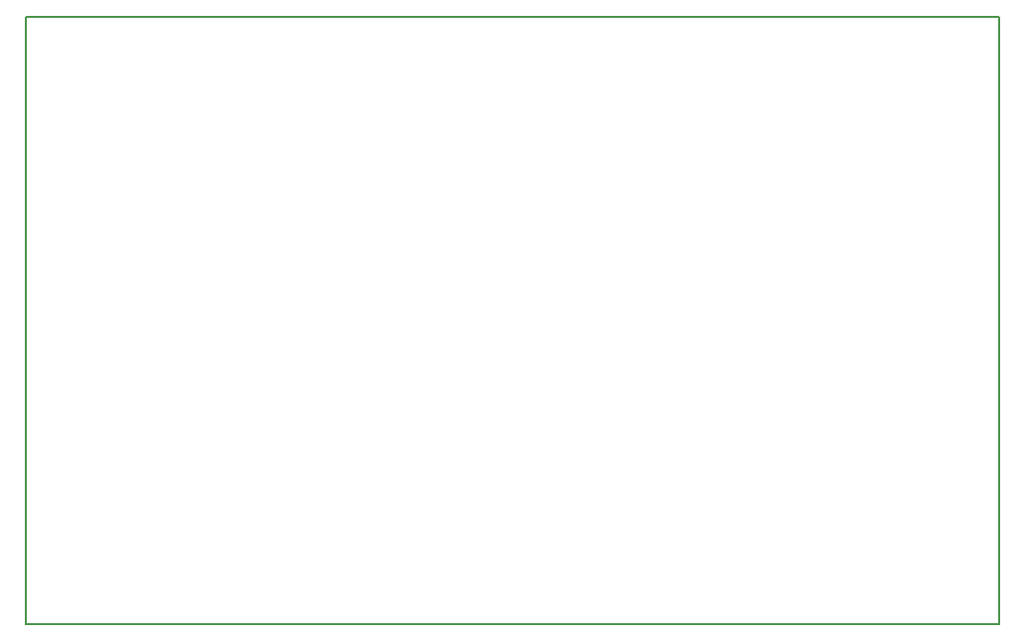
<source format=gm1>
G04 MADE WITH FRITZING*
G04 WWW.FRITZING.ORG*
G04 DOUBLE SIDED*
G04 HOLES PLATED*
G04 CONTOUR ON CENTER OF CONTOUR VECTOR*
%ASAXBY*%
%FSLAX23Y23*%
%MOIN*%
%OFA0B0*%
%SFA1.0B1.0*%
%ADD10R,3.271650X2.047240*%
%ADD11C,0.008000*%
%ADD10C,0.008*%
%LNCONTOUR*%
G90*
G70*
G54D10*
G54D11*
X4Y2043D02*
X3268Y2043D01*
X3268Y4D01*
X4Y4D01*
X4Y2043D01*
D02*
G04 End of contour*
M02*
</source>
